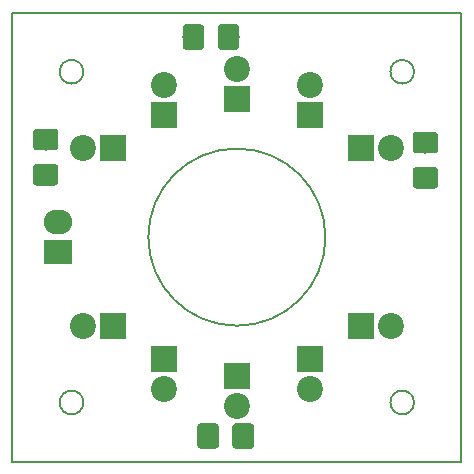
<source format=gbr>
%TF.GenerationSoftware,KiCad,Pcbnew,(5.0.0)*%
%TF.CreationDate,2020-05-10T15:15:54+01:00*%
%TF.ProjectId,anneau_led,616E6E6561755F6C65642E6B69636164,rev?*%
%TF.SameCoordinates,Original*%
%TF.FileFunction,Soldermask,Top*%
%TF.FilePolarity,Negative*%
%FSLAX46Y46*%
G04 Gerber Fmt 4.6, Leading zero omitted, Abs format (unit mm)*
G04 Created by KiCad (PCBNEW (5.0.0)) date 05/10/20 15:15:54*
%MOMM*%
%LPD*%
G01*
G04 APERTURE LIST*
%ADD10C,0.200000*%
%ADD11C,0.100000*%
%ADD12C,1.825000*%
%ADD13O,2.400000X2.100000*%
%ADD14R,2.400000X2.100000*%
%ADD15R,2.200000X2.200000*%
%ADD16C,2.200000*%
G04 APERTURE END LIST*
D10*
X115000000Y-114000000D02*
G75*
G03X115000000Y-114000000I-1000000J0D01*
G01*
X87000000Y-114000000D02*
G75*
G03X87000000Y-114000000I-1000000J0D01*
G01*
X87000000Y-86000000D02*
G75*
G03X87000000Y-86000000I-1000000J0D01*
G01*
X115000000Y-86000000D02*
G75*
G03X115000000Y-86000000I-1000000J0D01*
G01*
X81000000Y-81000000D02*
X119000000Y-81000000D01*
X81000000Y-81000000D02*
X81000000Y-119000000D01*
X81000000Y-119000000D02*
X119000000Y-119000000D01*
X119000000Y-81000000D02*
X119000000Y-119000000D01*
X107500000Y-100000000D02*
G75*
G03X107500000Y-100000000I-7500000J0D01*
G01*
D11*
G36*
X99915207Y-81984542D02*
X99946287Y-81989152D01*
X99976766Y-81996787D01*
X100006350Y-82007372D01*
X100034754Y-82020806D01*
X100061704Y-82036959D01*
X100086942Y-82055677D01*
X100110223Y-82076777D01*
X100131323Y-82100058D01*
X100150041Y-82125296D01*
X100166194Y-82152246D01*
X100179628Y-82180650D01*
X100190213Y-82210234D01*
X100197848Y-82240713D01*
X100202458Y-82271793D01*
X100204000Y-82303176D01*
X100204000Y-83812824D01*
X100202458Y-83844207D01*
X100197848Y-83875287D01*
X100190213Y-83905766D01*
X100179628Y-83935350D01*
X100166194Y-83963754D01*
X100150041Y-83990704D01*
X100131323Y-84015942D01*
X100110223Y-84039223D01*
X100086942Y-84060323D01*
X100061704Y-84079041D01*
X100034754Y-84095194D01*
X100006350Y-84108628D01*
X99976766Y-84119213D01*
X99946287Y-84126848D01*
X99915207Y-84131458D01*
X99883824Y-84133000D01*
X98699176Y-84133000D01*
X98667793Y-84131458D01*
X98636713Y-84126848D01*
X98606234Y-84119213D01*
X98576650Y-84108628D01*
X98548246Y-84095194D01*
X98521296Y-84079041D01*
X98496058Y-84060323D01*
X98472777Y-84039223D01*
X98451677Y-84015942D01*
X98432959Y-83990704D01*
X98416806Y-83963754D01*
X98403372Y-83935350D01*
X98392787Y-83905766D01*
X98385152Y-83875287D01*
X98380542Y-83844207D01*
X98379000Y-83812824D01*
X98379000Y-82303176D01*
X98380542Y-82271793D01*
X98385152Y-82240713D01*
X98392787Y-82210234D01*
X98403372Y-82180650D01*
X98416806Y-82152246D01*
X98432959Y-82125296D01*
X98451677Y-82100058D01*
X98472777Y-82076777D01*
X98496058Y-82055677D01*
X98521296Y-82036959D01*
X98548246Y-82020806D01*
X98576650Y-82007372D01*
X98606234Y-81996787D01*
X98636713Y-81989152D01*
X98667793Y-81984542D01*
X98699176Y-81983000D01*
X99883824Y-81983000D01*
X99915207Y-81984542D01*
X99915207Y-81984542D01*
G37*
D12*
X99291500Y-83058000D03*
D11*
G36*
X96940207Y-81984542D02*
X96971287Y-81989152D01*
X97001766Y-81996787D01*
X97031350Y-82007372D01*
X97059754Y-82020806D01*
X97086704Y-82036959D01*
X97111942Y-82055677D01*
X97135223Y-82076777D01*
X97156323Y-82100058D01*
X97175041Y-82125296D01*
X97191194Y-82152246D01*
X97204628Y-82180650D01*
X97215213Y-82210234D01*
X97222848Y-82240713D01*
X97227458Y-82271793D01*
X97229000Y-82303176D01*
X97229000Y-83812824D01*
X97227458Y-83844207D01*
X97222848Y-83875287D01*
X97215213Y-83905766D01*
X97204628Y-83935350D01*
X97191194Y-83963754D01*
X97175041Y-83990704D01*
X97156323Y-84015942D01*
X97135223Y-84039223D01*
X97111942Y-84060323D01*
X97086704Y-84079041D01*
X97059754Y-84095194D01*
X97031350Y-84108628D01*
X97001766Y-84119213D01*
X96971287Y-84126848D01*
X96940207Y-84131458D01*
X96908824Y-84133000D01*
X95724176Y-84133000D01*
X95692793Y-84131458D01*
X95661713Y-84126848D01*
X95631234Y-84119213D01*
X95601650Y-84108628D01*
X95573246Y-84095194D01*
X95546296Y-84079041D01*
X95521058Y-84060323D01*
X95497777Y-84039223D01*
X95476677Y-84015942D01*
X95457959Y-83990704D01*
X95441806Y-83963754D01*
X95428372Y-83935350D01*
X95417787Y-83905766D01*
X95410152Y-83875287D01*
X95405542Y-83844207D01*
X95404000Y-83812824D01*
X95404000Y-82303176D01*
X95405542Y-82271793D01*
X95410152Y-82240713D01*
X95417787Y-82210234D01*
X95428372Y-82180650D01*
X95441806Y-82152246D01*
X95457959Y-82125296D01*
X95476677Y-82100058D01*
X95497777Y-82076777D01*
X95521058Y-82055677D01*
X95546296Y-82036959D01*
X95573246Y-82020806D01*
X95601650Y-82007372D01*
X95631234Y-81996787D01*
X95661713Y-81989152D01*
X95692793Y-81984542D01*
X95724176Y-81983000D01*
X96908824Y-81983000D01*
X96940207Y-81984542D01*
X96940207Y-81984542D01*
G37*
D12*
X96316500Y-83058000D03*
D11*
G36*
X98182207Y-115766542D02*
X98213287Y-115771152D01*
X98243766Y-115778787D01*
X98273350Y-115789372D01*
X98301754Y-115802806D01*
X98328704Y-115818959D01*
X98353942Y-115837677D01*
X98377223Y-115858777D01*
X98398323Y-115882058D01*
X98417041Y-115907296D01*
X98433194Y-115934246D01*
X98446628Y-115962650D01*
X98457213Y-115992234D01*
X98464848Y-116022713D01*
X98469458Y-116053793D01*
X98471000Y-116085176D01*
X98471000Y-117594824D01*
X98469458Y-117626207D01*
X98464848Y-117657287D01*
X98457213Y-117687766D01*
X98446628Y-117717350D01*
X98433194Y-117745754D01*
X98417041Y-117772704D01*
X98398323Y-117797942D01*
X98377223Y-117821223D01*
X98353942Y-117842323D01*
X98328704Y-117861041D01*
X98301754Y-117877194D01*
X98273350Y-117890628D01*
X98243766Y-117901213D01*
X98213287Y-117908848D01*
X98182207Y-117913458D01*
X98150824Y-117915000D01*
X96966176Y-117915000D01*
X96934793Y-117913458D01*
X96903713Y-117908848D01*
X96873234Y-117901213D01*
X96843650Y-117890628D01*
X96815246Y-117877194D01*
X96788296Y-117861041D01*
X96763058Y-117842323D01*
X96739777Y-117821223D01*
X96718677Y-117797942D01*
X96699959Y-117772704D01*
X96683806Y-117745754D01*
X96670372Y-117717350D01*
X96659787Y-117687766D01*
X96652152Y-117657287D01*
X96647542Y-117626207D01*
X96646000Y-117594824D01*
X96646000Y-116085176D01*
X96647542Y-116053793D01*
X96652152Y-116022713D01*
X96659787Y-115992234D01*
X96670372Y-115962650D01*
X96683806Y-115934246D01*
X96699959Y-115907296D01*
X96718677Y-115882058D01*
X96739777Y-115858777D01*
X96763058Y-115837677D01*
X96788296Y-115818959D01*
X96815246Y-115802806D01*
X96843650Y-115789372D01*
X96873234Y-115778787D01*
X96903713Y-115771152D01*
X96934793Y-115766542D01*
X96966176Y-115765000D01*
X98150824Y-115765000D01*
X98182207Y-115766542D01*
X98182207Y-115766542D01*
G37*
D12*
X97558500Y-116840000D03*
D11*
G36*
X101157207Y-115766542D02*
X101188287Y-115771152D01*
X101218766Y-115778787D01*
X101248350Y-115789372D01*
X101276754Y-115802806D01*
X101303704Y-115818959D01*
X101328942Y-115837677D01*
X101352223Y-115858777D01*
X101373323Y-115882058D01*
X101392041Y-115907296D01*
X101408194Y-115934246D01*
X101421628Y-115962650D01*
X101432213Y-115992234D01*
X101439848Y-116022713D01*
X101444458Y-116053793D01*
X101446000Y-116085176D01*
X101446000Y-117594824D01*
X101444458Y-117626207D01*
X101439848Y-117657287D01*
X101432213Y-117687766D01*
X101421628Y-117717350D01*
X101408194Y-117745754D01*
X101392041Y-117772704D01*
X101373323Y-117797942D01*
X101352223Y-117821223D01*
X101328942Y-117842323D01*
X101303704Y-117861041D01*
X101276754Y-117877194D01*
X101248350Y-117890628D01*
X101218766Y-117901213D01*
X101188287Y-117908848D01*
X101157207Y-117913458D01*
X101125824Y-117915000D01*
X99941176Y-117915000D01*
X99909793Y-117913458D01*
X99878713Y-117908848D01*
X99848234Y-117901213D01*
X99818650Y-117890628D01*
X99790246Y-117877194D01*
X99763296Y-117861041D01*
X99738058Y-117842323D01*
X99714777Y-117821223D01*
X99693677Y-117797942D01*
X99674959Y-117772704D01*
X99658806Y-117745754D01*
X99645372Y-117717350D01*
X99634787Y-117687766D01*
X99627152Y-117657287D01*
X99622542Y-117626207D01*
X99621000Y-117594824D01*
X99621000Y-116085176D01*
X99622542Y-116053793D01*
X99627152Y-116022713D01*
X99634787Y-115992234D01*
X99645372Y-115962650D01*
X99658806Y-115934246D01*
X99674959Y-115907296D01*
X99693677Y-115882058D01*
X99714777Y-115858777D01*
X99738058Y-115837677D01*
X99763296Y-115818959D01*
X99790246Y-115802806D01*
X99818650Y-115789372D01*
X99848234Y-115778787D01*
X99878713Y-115771152D01*
X99909793Y-115766542D01*
X99941176Y-115765000D01*
X101125824Y-115765000D01*
X101157207Y-115766542D01*
X101157207Y-115766542D01*
G37*
D12*
X100533500Y-116840000D03*
D11*
G36*
X84606207Y-90833542D02*
X84637287Y-90838152D01*
X84667766Y-90845787D01*
X84697350Y-90856372D01*
X84725754Y-90869806D01*
X84752704Y-90885959D01*
X84777942Y-90904677D01*
X84801223Y-90925777D01*
X84822323Y-90949058D01*
X84841041Y-90974296D01*
X84857194Y-91001246D01*
X84870628Y-91029650D01*
X84881213Y-91059234D01*
X84888848Y-91089713D01*
X84893458Y-91120793D01*
X84895000Y-91152176D01*
X84895000Y-92336824D01*
X84893458Y-92368207D01*
X84888848Y-92399287D01*
X84881213Y-92429766D01*
X84870628Y-92459350D01*
X84857194Y-92487754D01*
X84841041Y-92514704D01*
X84822323Y-92539942D01*
X84801223Y-92563223D01*
X84777942Y-92584323D01*
X84752704Y-92603041D01*
X84725754Y-92619194D01*
X84697350Y-92632628D01*
X84667766Y-92643213D01*
X84637287Y-92650848D01*
X84606207Y-92655458D01*
X84574824Y-92657000D01*
X83065176Y-92657000D01*
X83033793Y-92655458D01*
X83002713Y-92650848D01*
X82972234Y-92643213D01*
X82942650Y-92632628D01*
X82914246Y-92619194D01*
X82887296Y-92603041D01*
X82862058Y-92584323D01*
X82838777Y-92563223D01*
X82817677Y-92539942D01*
X82798959Y-92514704D01*
X82782806Y-92487754D01*
X82769372Y-92459350D01*
X82758787Y-92429766D01*
X82751152Y-92399287D01*
X82746542Y-92368207D01*
X82745000Y-92336824D01*
X82745000Y-91152176D01*
X82746542Y-91120793D01*
X82751152Y-91089713D01*
X82758787Y-91059234D01*
X82769372Y-91029650D01*
X82782806Y-91001246D01*
X82798959Y-90974296D01*
X82817677Y-90949058D01*
X82838777Y-90925777D01*
X82862058Y-90904677D01*
X82887296Y-90885959D01*
X82914246Y-90869806D01*
X82942650Y-90856372D01*
X82972234Y-90845787D01*
X83002713Y-90838152D01*
X83033793Y-90833542D01*
X83065176Y-90832000D01*
X84574824Y-90832000D01*
X84606207Y-90833542D01*
X84606207Y-90833542D01*
G37*
D12*
X83820000Y-91744500D03*
D11*
G36*
X84606207Y-93808542D02*
X84637287Y-93813152D01*
X84667766Y-93820787D01*
X84697350Y-93831372D01*
X84725754Y-93844806D01*
X84752704Y-93860959D01*
X84777942Y-93879677D01*
X84801223Y-93900777D01*
X84822323Y-93924058D01*
X84841041Y-93949296D01*
X84857194Y-93976246D01*
X84870628Y-94004650D01*
X84881213Y-94034234D01*
X84888848Y-94064713D01*
X84893458Y-94095793D01*
X84895000Y-94127176D01*
X84895000Y-95311824D01*
X84893458Y-95343207D01*
X84888848Y-95374287D01*
X84881213Y-95404766D01*
X84870628Y-95434350D01*
X84857194Y-95462754D01*
X84841041Y-95489704D01*
X84822323Y-95514942D01*
X84801223Y-95538223D01*
X84777942Y-95559323D01*
X84752704Y-95578041D01*
X84725754Y-95594194D01*
X84697350Y-95607628D01*
X84667766Y-95618213D01*
X84637287Y-95625848D01*
X84606207Y-95630458D01*
X84574824Y-95632000D01*
X83065176Y-95632000D01*
X83033793Y-95630458D01*
X83002713Y-95625848D01*
X82972234Y-95618213D01*
X82942650Y-95607628D01*
X82914246Y-95594194D01*
X82887296Y-95578041D01*
X82862058Y-95559323D01*
X82838777Y-95538223D01*
X82817677Y-95514942D01*
X82798959Y-95489704D01*
X82782806Y-95462754D01*
X82769372Y-95434350D01*
X82758787Y-95404766D01*
X82751152Y-95374287D01*
X82746542Y-95343207D01*
X82745000Y-95311824D01*
X82745000Y-94127176D01*
X82746542Y-94095793D01*
X82751152Y-94064713D01*
X82758787Y-94034234D01*
X82769372Y-94004650D01*
X82782806Y-93976246D01*
X82798959Y-93949296D01*
X82817677Y-93924058D01*
X82838777Y-93900777D01*
X82862058Y-93879677D01*
X82887296Y-93860959D01*
X82914246Y-93844806D01*
X82942650Y-93831372D01*
X82972234Y-93820787D01*
X83002713Y-93813152D01*
X83033793Y-93808542D01*
X83065176Y-93807000D01*
X84574824Y-93807000D01*
X84606207Y-93808542D01*
X84606207Y-93808542D01*
G37*
D12*
X83820000Y-94719500D03*
D11*
G36*
X116737207Y-94062542D02*
X116768287Y-94067152D01*
X116798766Y-94074787D01*
X116828350Y-94085372D01*
X116856754Y-94098806D01*
X116883704Y-94114959D01*
X116908942Y-94133677D01*
X116932223Y-94154777D01*
X116953323Y-94178058D01*
X116972041Y-94203296D01*
X116988194Y-94230246D01*
X117001628Y-94258650D01*
X117012213Y-94288234D01*
X117019848Y-94318713D01*
X117024458Y-94349793D01*
X117026000Y-94381176D01*
X117026000Y-95565824D01*
X117024458Y-95597207D01*
X117019848Y-95628287D01*
X117012213Y-95658766D01*
X117001628Y-95688350D01*
X116988194Y-95716754D01*
X116972041Y-95743704D01*
X116953323Y-95768942D01*
X116932223Y-95792223D01*
X116908942Y-95813323D01*
X116883704Y-95832041D01*
X116856754Y-95848194D01*
X116828350Y-95861628D01*
X116798766Y-95872213D01*
X116768287Y-95879848D01*
X116737207Y-95884458D01*
X116705824Y-95886000D01*
X115196176Y-95886000D01*
X115164793Y-95884458D01*
X115133713Y-95879848D01*
X115103234Y-95872213D01*
X115073650Y-95861628D01*
X115045246Y-95848194D01*
X115018296Y-95832041D01*
X114993058Y-95813323D01*
X114969777Y-95792223D01*
X114948677Y-95768942D01*
X114929959Y-95743704D01*
X114913806Y-95716754D01*
X114900372Y-95688350D01*
X114889787Y-95658766D01*
X114882152Y-95628287D01*
X114877542Y-95597207D01*
X114876000Y-95565824D01*
X114876000Y-94381176D01*
X114877542Y-94349793D01*
X114882152Y-94318713D01*
X114889787Y-94288234D01*
X114900372Y-94258650D01*
X114913806Y-94230246D01*
X114929959Y-94203296D01*
X114948677Y-94178058D01*
X114969777Y-94154777D01*
X114993058Y-94133677D01*
X115018296Y-94114959D01*
X115045246Y-94098806D01*
X115073650Y-94085372D01*
X115103234Y-94074787D01*
X115133713Y-94067152D01*
X115164793Y-94062542D01*
X115196176Y-94061000D01*
X116705824Y-94061000D01*
X116737207Y-94062542D01*
X116737207Y-94062542D01*
G37*
D12*
X115951000Y-94973500D03*
D11*
G36*
X116737207Y-91087542D02*
X116768287Y-91092152D01*
X116798766Y-91099787D01*
X116828350Y-91110372D01*
X116856754Y-91123806D01*
X116883704Y-91139959D01*
X116908942Y-91158677D01*
X116932223Y-91179777D01*
X116953323Y-91203058D01*
X116972041Y-91228296D01*
X116988194Y-91255246D01*
X117001628Y-91283650D01*
X117012213Y-91313234D01*
X117019848Y-91343713D01*
X117024458Y-91374793D01*
X117026000Y-91406176D01*
X117026000Y-92590824D01*
X117024458Y-92622207D01*
X117019848Y-92653287D01*
X117012213Y-92683766D01*
X117001628Y-92713350D01*
X116988194Y-92741754D01*
X116972041Y-92768704D01*
X116953323Y-92793942D01*
X116932223Y-92817223D01*
X116908942Y-92838323D01*
X116883704Y-92857041D01*
X116856754Y-92873194D01*
X116828350Y-92886628D01*
X116798766Y-92897213D01*
X116768287Y-92904848D01*
X116737207Y-92909458D01*
X116705824Y-92911000D01*
X115196176Y-92911000D01*
X115164793Y-92909458D01*
X115133713Y-92904848D01*
X115103234Y-92897213D01*
X115073650Y-92886628D01*
X115045246Y-92873194D01*
X115018296Y-92857041D01*
X114993058Y-92838323D01*
X114969777Y-92817223D01*
X114948677Y-92793942D01*
X114929959Y-92768704D01*
X114913806Y-92741754D01*
X114900372Y-92713350D01*
X114889787Y-92683766D01*
X114882152Y-92653287D01*
X114877542Y-92622207D01*
X114876000Y-92590824D01*
X114876000Y-91406176D01*
X114877542Y-91374793D01*
X114882152Y-91343713D01*
X114889787Y-91313234D01*
X114900372Y-91283650D01*
X114913806Y-91255246D01*
X114929959Y-91228296D01*
X114948677Y-91203058D01*
X114969777Y-91179777D01*
X114993058Y-91158677D01*
X115018296Y-91139959D01*
X115045246Y-91123806D01*
X115073650Y-91110372D01*
X115103234Y-91099787D01*
X115133713Y-91092152D01*
X115164793Y-91087542D01*
X115196176Y-91086000D01*
X116705824Y-91086000D01*
X116737207Y-91087542D01*
X116737207Y-91087542D01*
G37*
D12*
X115951000Y-91998500D03*
D13*
X84836000Y-98719000D03*
D14*
X84836000Y-101219000D03*
D15*
X110500000Y-92450000D03*
D16*
X113040000Y-92450000D03*
X106170000Y-87120000D03*
D15*
X106170000Y-89660000D03*
X93830000Y-89660000D03*
D16*
X93830000Y-87120000D03*
X86960000Y-92450000D03*
D15*
X89500000Y-92450000D03*
X89500000Y-107550000D03*
D16*
X86960000Y-107550000D03*
X93830000Y-112880000D03*
D15*
X93830000Y-110340000D03*
X100000000Y-111730000D03*
D16*
X100000000Y-114270000D03*
X106170000Y-112880000D03*
D15*
X106170000Y-110340000D03*
X110500000Y-107550000D03*
D16*
X113040000Y-107550000D03*
D15*
X100000000Y-88270000D03*
D16*
X100000000Y-85730000D03*
M02*

</source>
